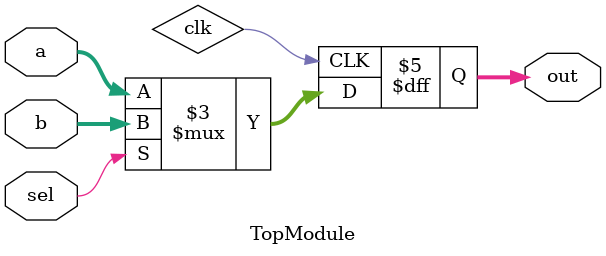
<source format=sv>

module TopModule (
  input [99:0] a,
  input [99:0] b,
  input sel,
  output [99:0] out
);
`timescale 1ns / 1ps

always @(posedge clk) begin
  if (sel)
    out = b;
  else
    out = a;
end

endmodule

</source>
